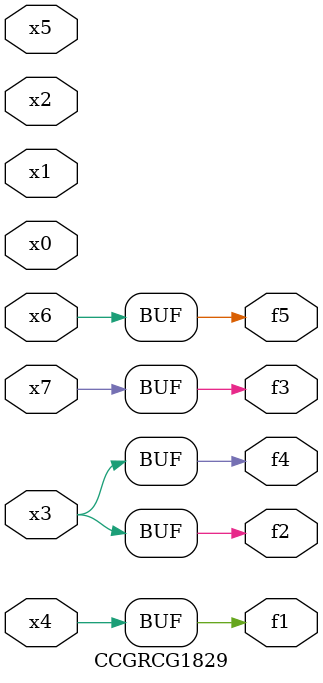
<source format=v>
module CCGRCG1829(
	input x0, x1, x2, x3, x4, x5, x6, x7,
	output f1, f2, f3, f4, f5
);
	assign f1 = x4;
	assign f2 = x3;
	assign f3 = x7;
	assign f4 = x3;
	assign f5 = x6;
endmodule

</source>
